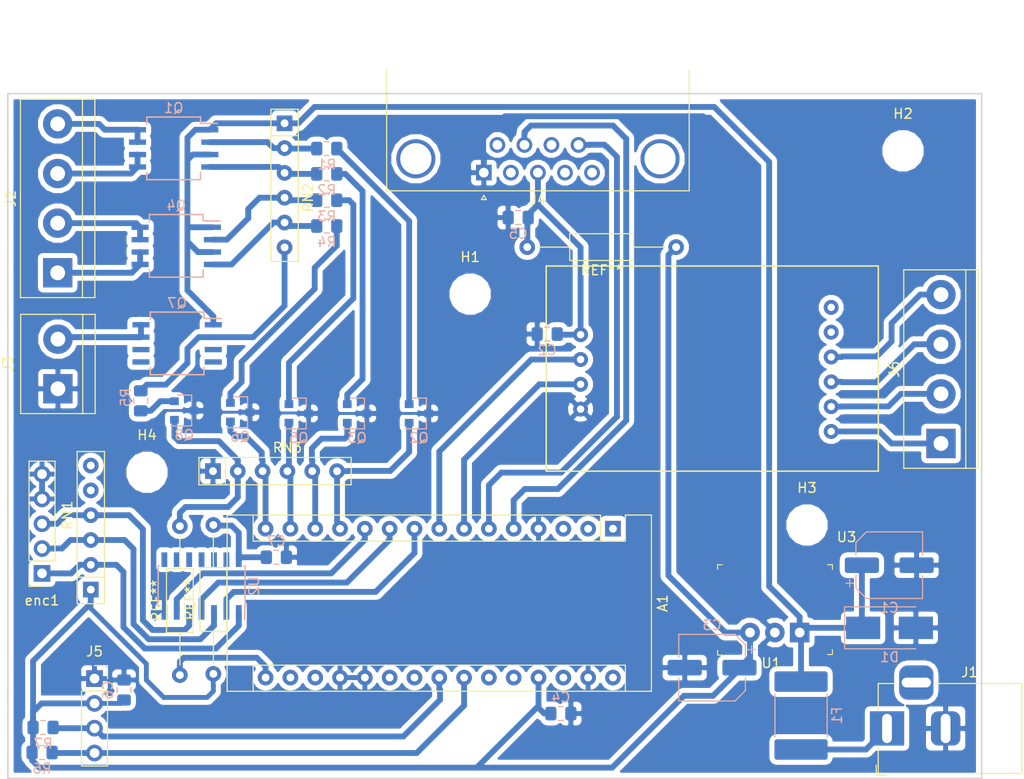
<source format=kicad_pcb>
(kicad_pcb (version 20171130) (host pcbnew "(5.0.1)-3")
  (layers (0 F.Cu signal) (31 B.Cu signal) (34 B.Paste user) (35 F.Paste user) (36 B.SilkS user) (37 F.SilkS user) (38 B.Mask user) (39 F.Mask user) (44 Edge.Cuts user))
  (net 0 "")
  (net 1 +24V)
  (net 2 GND)
  (net 3 +5V)
  (net 4 "Net-(J6-Pad2)")
  (net 5 "Net-(J6-Pad3)")
  (net 6 "Net-(J6-Pad1)")
  (net 7 "Net-(J6-Pad4)")
  (net 8 SDA)
  (net 9 SCL)
  (net 10 "Net-(J3-Pad2)")
  (net 11 BTN)
  (net 12 ENCB)
  (net 13 ENCA)
  (net 14 "Net-(A1-Pad9)")
  (net 15 "Net-(A1-Pad10)")
  (net 16 "Net-(A1-Pad11)")
  (net 17 "Net-(A1-Pad1)")
  (net 18 "Net-(A1-Pad17)")
  (net 19 "Net-(A1-Pad2)")
  (net 20 "Net-(A1-Pad18)")
  (net 21 "Net-(A1-Pad3)")
  (net 22 scannerCLK)
  (net 23 "Net-(A1-Pad21)")
  (net 24 scannerDATA)
  (net 25 "Net-(A1-Pad22)")
  (net 26 scaleDATA)
  (net 27 scaleCLK)
  (net 28 "Net-(A1-Pad25)")
  (net 29 "Net-(A1-Pad26)")
  (net 30 "Net-(A1-Pad28)")
  (net 31 "Net-(A1-Pad30)")
  (net 32 "Net-(U3-Pad9)")
  (net 33 "Net-(U3-Pad10)")
  (net 34 "Net-(F1-Pad1)")
  (net 35 "Net-(J4-Pad2)")
  (net 36 "Net-(J4-Pad4)")
  (net 37 "Net-(J4-Pad5)")
  (net 38 "Net-(J4-Pad6)")
  (net 39 "Net-(J4-Pad8)")
  (net 40 "Net-(J4-Pad0)")
  (net 41 "Net-(J2-Pad4)")
  (net 42 "Net-(J2-Pad1)")
  (net 43 "Net-(J2-Pad3)")
  (net 44 "Net-(J2-Pad2)")
  (net 45 Buzzer)
  (net 46 L4)
  (net 47 L3)
  (net 48 L2)
  (net 49 L1)
  (net 50 PullupsBuzzer)
  (net 51 PullupsL4)
  (net 52 PullupsL3)
  (net 53 PullupsL2)
  (net 54 PullupsL1)
  (net 55 "Net-(Q5-Pad2)")
  (net 56 "Net-(Q3-Pad2)")
  (net 57 "Net-(Q2-Pad2)")
  (net 58 "Net-(Q6-Pad2)")
  (net 59 "Net-(Q8-Pad2)")
  (net 60 "Net-(RN1-Pad5)")
  (net 61 "Net-(RN1-Pad6)")
  (module Resistor_THT:R_Axial_DIN0207_L6.3mm_D2.5mm_P15.24mm_Horizontal (layer F.Cu) (at 146.685 49.53 180)
    (fp_text reference REF** (at 7.62 -2.37 180) (layer F.SilkS))
    (fp_text value R_Axial_DIN0207_L6.3mm_D2.5mm_P15.24mm_Horizontal)
    (pad 2 thru_hole oval (at 15.24 0 180) (size 1.6 1.6) (drill 0.8) (layers *.Cu *.Mask))
    (pad 1 thru_hole circle (at 0 0 180) (size 1.6 1.6) (drill 0.8) (layers *.Cu *.Mask))
  )
  (module Resistor_THT:R_Axial_DIN0207_L6.3mm_D2.5mm_P15.24mm_Horizontal (layer F.Cu) (at 99.314 93.218 90)
    (fp_text reference REF** (at 7.62 -2.37 90) (layer F.SilkS))
    (fp_text value R_Axial_DIN0207_L6.3mm_D2.5mm_P15.24mm_Horizontal)
    (pad 1 thru_hole circle (at 0 0 90) (size 1.6 1.6) (drill 0.8) (layers *.Cu *.Mask))
    (pad 2 thru_hole oval (at 15.24 0 90) (size 1.6 1.6) (drill 0.8) (layers *.Cu *.Mask))
  )
  (module MountingHole:MountingHole_3.2mm_M3_DIN965 (layer F.Cu) (at 92.5195 72.5805)
    (fp_text reference H4 (at 0 -3.8) (layer F.SilkS))
    (fp_text value MountingHole)
    (pad 1 np_thru_hole circle (at 0 0) (size 3.2 3.2) (drill 3.2) (layers *.Cu *.Mask))
  )
  (module TerminalBlock:TerminalBlock_bornier-2_P5.08mm (layer F.Cu) (at 83.4009 64.0334 90)
    (fp_text reference J3 (at 2.54 -5.08 90) (layer F.SilkS))
    (fp_text value Screw_Terminal_01x02)
    (pad 1 thru_hole rect (at 0 0 90) (size 3 3) (drill 1.52) (layers *.Cu *.Mask) (net 2 GND))
    (pad 2 thru_hole circle (at 5.08 0 90) (size 3 3) (drill 1.52) (layers *.Cu *.Mask) (net 10 "Net-(J3-Pad2)"))
  )
  (module Connector_PinSocket_2.54mm:PinSocket_1x05_P2.54mm_Vertical (layer F.Cu) (at 81.7753 82.931 180)
    (fp_text reference enc1 (at 0 -2.77 180) (layer F.SilkS))
    (fp_text value Rot_enc)
    (pad 1 thru_hole rect (at 0 0 180) (size 1.7 1.7) (drill 1) (layers *.Cu *.Mask) (net 11 BTN))
    (pad 2 thru_hole oval (at 0 2.54 180) (size 1.7 1.7) (drill 1) (layers *.Cu *.Mask) (net 12 ENCB))
    (pad 3 thru_hole oval (at 0 5.08 180) (size 1.7 1.7) (drill 1) (layers *.Cu *.Mask) (net 13 ENCA))
    (pad 4 thru_hole oval (at 0 7.62 180) (size 1.7 1.7) (drill 1) (layers *.Cu *.Mask) (net 2 GND))
    (pad 5 thru_hole oval (at 0 10.16 180) (size 1.7 1.7) (drill 1) (layers *.Cu *.Mask) (net 2 GND))
  )
  (module Resistor_SMD:R_0805_2012Metric_Pad1.15x1.40mm_HandSolder (layer B.Cu) (at 81.883179 98.703755)
    (fp_text reference R7 (at 0 1.65) (layer B.SilkS) (effects (justify mirror)))
    (fp_text value 10K)
    (pad 2 smd roundrect (at 1.025 0) (size 1.15 1.4) (layers B.Cu B.Paste B.Mask) (roundrect_rratio 0.217391) (net 8 SDA))
    (pad 1 smd roundrect (at -1.025 0) (size 1.15 1.4) (layers B.Cu B.Paste B.Mask) (roundrect_rratio 0.217391) (net 3 +5V))
  )
  (module Resistor_SMD:R_0805_2012Metric_Pad1.15x1.40mm_HandSolder (layer B.Cu) (at 81.781579 101.269155)
    (fp_text reference R6 (at 0 1.65) (layer B.SilkS) (effects (justify mirror)))
    (fp_text value 10K)
    (pad 1 smd roundrect (at -1.025 0) (size 1.15 1.4) (layers B.Cu B.Paste B.Mask) (roundrect_rratio 0.217391) (net 3 +5V))
    (pad 2 smd roundrect (at 1.025 0) (size 1.15 1.4) (layers B.Cu B.Paste B.Mask) (roundrect_rratio 0.217391) (net 9 SCL))
  )
  (module Connector_PinSocket_2.54mm:PinSocket_1x04_P2.54mm_Vertical (layer F.Cu) (at 87.1474 93.7006)
    (fp_text reference J5 (at 0 -2.77) (layer F.SilkS))
    (fp_text value i2cLCD)
    (pad 1 thru_hole rect (at 0 0) (size 1.7 1.7) (drill 1) (layers *.Cu *.Mask) (net 2 GND))
    (pad 2 thru_hole oval (at 0 2.54) (size 1.7 1.7) (drill 1) (layers *.Cu *.Mask) (net 3 +5V))
    (pad 3 thru_hole oval (at 0 5.08) (size 1.7 1.7) (drill 1) (layers *.Cu *.Mask) (net 8 SDA))
    (pad 4 thru_hole oval (at 0 7.62) (size 1.7 1.7) (drill 1) (layers *.Cu *.Mask) (net 9 SCL))
  )
  (module Diode_SMD:D_SMB_Handsoldering (layer B.Cu) (at 168.529 88.5063)
    (fp_text reference D1 (at 0 3) (layer B.SilkS) (effects (justify mirror)))
    (fp_text value D_Schottky)
    (pad 1 smd rect (at -2.7 0) (size 3.5 2.3) (layers B.Cu B.Paste B.Mask) (net 1 +24V))
    (pad 2 smd rect (at 2.7 0) (size 3.5 2.3) (layers B.Cu B.Paste B.Mask) (net 2 GND))
  )
  (module MountingHole:MountingHole_3.2mm_M3_DIN965 (layer F.Cu) (at 169.9133 39.6748)
    (fp_text reference H2 (at 0 -3.8) (layer F.SilkS))
    (fp_text value MountingHole)
    (pad 1 np_thru_hole circle (at 0 0) (size 3.2 3.2) (drill 3.2) (layers *.Cu *.Mask))
  )
  (module MountingHole:MountingHole_3.2mm_M3_DIN965 (layer F.Cu) (at 125.603 54.3433)
    (fp_text reference H1 (at 0 -3.8) (layer F.SilkS))
    (fp_text value MountingHole)
    (pad 1 np_thru_hole circle (at 0 0) (size 3.2 3.2) (drill 3.2) (layers *.Cu *.Mask))
  )
  (module MountingHole:MountingHole_3.2mm_M3_DIN965 (layer F.Cu) (at 160.0835 77.978)
    (fp_text reference H3 (at 0 -3.8) (layer F.SilkS))
    (fp_text value MountingHole)
    (pad 1 np_thru_hole circle (at 0 0) (size 3.2 3.2) (drill 3.2) (layers *.Cu *.Mask))
  )
  (module Libs:HX711_Module (layer F.Cu) (at 167.386 72.4662 180)
    (fp_text reference U3 (at 3.25 -6.75 180) (layer F.SilkS))
    (fp_text value HX711_Module)
    (pad 1 thru_hole circle (at 30.48 6.35 180) (size 1.524 1.524) (drill 0.762) (layers *.Cu *.Mask) (net 2 GND))
    (pad 2 thru_hole circle (at 30.48 8.89 180) (size 1.524 1.524) (drill 0.762) (layers *.Cu *.Mask) (net 26 scaleDATA))
    (pad 3 thru_hole circle (at 30.48 11.43 180) (size 1.524 1.524) (drill 0.762) (layers *.Cu *.Mask) (net 27 scaleCLK))
    (pad 4 thru_hole circle (at 30.48 13.97 180) (size 1.524 1.524) (drill 0.762) (layers *.Cu *.Mask) (net 3 +5V))
    (pad 5 thru_hole circle (at 4.826 4.064 180) (size 1.524 1.524) (drill 0.762) (layers *.Cu *.Mask) (net 6 "Net-(J6-Pad1)"))
    (pad 6 thru_hole circle (at 4.826 6.604 180) (size 1.524 1.524) (drill 0.762) (layers *.Cu *.Mask) (net 4 "Net-(J6-Pad2)"))
    (pad 7 thru_hole circle (at 4.826 9.144 180) (size 1.524 1.524) (drill 0.762) (layers *.Cu *.Mask) (net 5 "Net-(J6-Pad3)"))
    (pad 8 thru_hole circle (at 4.826 11.684 180) (size 1.524 1.524) (drill 0.762) (layers *.Cu *.Mask) (net 7 "Net-(J6-Pad4)"))
    (pad 9 thru_hole circle (at 4.826 14.224 180) (size 1.524 1.524) (drill 0.762) (layers *.Cu *.Mask) (net 32 "Net-(U3-Pad9)"))
    (pad 10 thru_hole circle (at 4.826 16.764 180) (size 1.524 1.524) (drill 0.762) (layers *.Cu *.Mask) (net 33 "Net-(U3-Pad10)"))
  )
  (module Module:Arduino_Nano (layer F.Cu) (at 140.2207 78.359 270)
    (fp_text reference A1 (at 7.62 -5.08 270) (layer F.SilkS))
    (fp_text value Arduino_Nano_v2.x)
    (pad 1 thru_hole rect (at 0 0 270) (size 1.6 1.6) (drill 0.8) (layers *.Cu *.Mask) (net 17 "Net-(A1-Pad1)"))
    (pad 17 thru_hole oval (at 15.24 33.02 270) (size 1.6 1.6) (drill 0.8) (layers *.Cu *.Mask) (net 18 "Net-(A1-Pad17)"))
    (pad 2 thru_hole oval (at 0 2.54 270) (size 1.6 1.6) (drill 0.8) (layers *.Cu *.Mask) (net 19 "Net-(A1-Pad2)"))
    (pad 18 thru_hole oval (at 15.24 30.48 270) (size 1.6 1.6) (drill 0.8) (layers *.Cu *.Mask) (net 20 "Net-(A1-Pad18)"))
    (pad 3 thru_hole oval (at 0 5.08 270) (size 1.6 1.6) (drill 0.8) (layers *.Cu *.Mask) (net 21 "Net-(A1-Pad3)"))
    (pad 19 thru_hole oval (at 15.24 27.94 270) (size 1.6 1.6) (drill 0.8) (layers *.Cu *.Mask) (net 2 GND))
    (pad 4 thru_hole oval (at 0 7.62 270) (size 1.6 1.6) (drill 0.8) (layers *.Cu *.Mask) (net 2 GND))
    (pad 20 thru_hole oval (at 15.24 25.4 270) (size 1.6 1.6) (drill 0.8) (layers *.Cu *.Mask) (net 2 GND))
    (pad 5 thru_hole oval (at 0 10.16 270) (size 1.6 1.6) (drill 0.8) (layers *.Cu *.Mask) (net 22 scannerCLK))
    (pad 21 thru_hole oval (at 15.24 22.86 270) (size 1.6 1.6) (drill 0.8) (layers *.Cu *.Mask) (net 23 "Net-(A1-Pad21)"))
    (pad 6 thru_hole oval (at 0 12.7 270) (size 1.6 1.6) (drill 0.8) (layers *.Cu *.Mask) (net 24 scannerDATA))
    (pad 22 thru_hole oval (at 15.24 20.32 270) (size 1.6 1.6) (drill 0.8) (layers *.Cu *.Mask) (net 25 "Net-(A1-Pad22)"))
    (pad 7 thru_hole oval (at 0 15.24 270) (size 1.6 1.6) (drill 0.8) (layers *.Cu *.Mask) (net 26 scaleDATA))
    (pad 23 thru_hole oval (at 15.24 17.78 270) (size 1.6 1.6) (drill 0.8) (layers *.Cu *.Mask) (net 8 SDA))
    (pad 8 thru_hole oval (at 0 17.78 270) (size 1.6 1.6) (drill 0.8) (layers *.Cu *.Mask) (net 27 scaleCLK))
    (pad 24 thru_hole oval (at 15.24 15.24 270) (size 1.6 1.6) (drill 0.8) (layers *.Cu *.Mask) (net 9 SCL))
    (pad 9 thru_hole oval (at 0 20.32 270) (size 1.6 1.6) (drill 0.8) (layers *.Cu *.Mask) (net 14 "Net-(A1-Pad9)"))
    (pad 25 thru_hole oval (at 15.24 12.7 270) (size 1.6 1.6) (drill 0.8) (layers *.Cu *.Mask) (net 28 "Net-(A1-Pad25)"))
    (pad 10 thru_hole oval (at 0 22.86 270) (size 1.6 1.6) (drill 0.8) (layers *.Cu *.Mask) (net 15 "Net-(A1-Pad10)"))
    (pad 26 thru_hole oval (at 15.24 10.16 270) (size 1.6 1.6) (drill 0.8) (layers *.Cu *.Mask) (net 29 "Net-(A1-Pad26)"))
    (pad 11 thru_hole oval (at 0 25.4 270) (size 1.6 1.6) (drill 0.8) (layers *.Cu *.Mask) (net 16 "Net-(A1-Pad11)"))
    (pad 27 thru_hole oval (at 15.24 7.62 270) (size 1.6 1.6) (drill 0.8) (layers *.Cu *.Mask) (net 3 +5V))
    (pad 12 thru_hole oval (at 0 27.94 270) (size 1.6 1.6) (drill 0.8) (layers *.Cu *.Mask) (net 49 L1))
    (pad 28 thru_hole oval (at 15.24 5.08 270) (size 1.6 1.6) (drill 0.8) (layers *.Cu *.Mask) (net 30 "Net-(A1-Pad28)"))
    (pad 13 thru_hole oval (at 0 30.48 270) (size 1.6 1.6) (drill 0.8) (layers *.Cu *.Mask) (net 48 L2))
    (pad 29 thru_hole oval (at 15.24 2.54 270) (size 1.6 1.6) (drill 0.8) (layers *.Cu *.Mask) (net 2 GND))
    (pad 14 thru_hole oval (at 0 33.02 270) (size 1.6 1.6) (drill 0.8) (layers *.Cu *.Mask) (net 47 L3))
    (pad 30 thru_hole oval (at 15.24 0 270) (size 1.6 1.6) (drill 0.8) (layers *.Cu *.Mask) (net 31 "Net-(A1-Pad30)"))
    (pad 15 thru_hole oval (at 0 35.56 270) (size 1.6 1.6) (drill 0.8) (layers *.Cu *.Mask) (net 46 L4))
    (pad 16 thru_hole oval (at 15.24 35.56 270) (size 1.6 1.6) (drill 0.8) (layers *.Cu *.Mask) (net 45 Buzzer))
  )
  (module Connector_BarrelJack:BarrelJack_Horizontal (layer F.Cu) (at 168.275 98.806 180)
    (fp_text reference J1 (at -8.45 5.75 180) (layer F.SilkS))
    (fp_text value Barrel_Jack)
    (pad 1 thru_hole rect (at 0 0 180) (size 3.5 3.5) (drill oval 1 3) (layers *.Cu *.Mask) (net 34 "Net-(F1-Pad1)"))
    (pad 2 thru_hole roundrect (at -6 0 180) (size 3 3.5) (drill oval 1 3) (layers *.Cu *.Mask) (net 2 GND))
    (pad 3 thru_hole roundrect (at -3 4.7 180) (size 3.5 3.5) (drill oval 3 1) (layers *.Cu *.Mask))
  )
  (module Fuse:Fuse_2920_7451Metric_Pad2.10x5.45mm_HandSolder (layer B.Cu) (at 159.4739 97.4852 90)
    (fp_text reference F1 (at 0 3.68 90) (layer B.SilkS) (effects (justify mirror)))
    (fp_text value 30V/1100mA)
    (pad 1 smd roundrect (at -3.475 0 90) (size 2.1 5.45) (layers B.Cu B.Paste B.Mask) (roundrect_rratio 0.119048) (net 34 "Net-(F1-Pad1)"))
    (pad 2 smd roundrect (at 3.475 0 90) (size 2.1 5.45) (layers B.Cu B.Paste B.Mask) (roundrect_rratio 0.119048) (net 1 +24V))
  )
  (module Package_SO:SO-8_5.3x6.2mm_P1.27mm (layer B.Cu) (at 95.5167 49.403 180)
    (fp_text reference Q4 (at 0 4.13 180) (layer B.SilkS) (effects (justify mirror)))
    (fp_text value IRF7306TRPBF)
    (pad 8 smd rect (at 3.7 1.905 180) (size 1.75 0.55) (layers B.Cu B.Paste B.Mask) (net 44 "Net-(J2-Pad2)"))
    (pad 7 smd rect (at 3.7 0.635 180) (size 1.75 0.55) (layers B.Cu B.Paste B.Mask) (net 44 "Net-(J2-Pad2)"))
    (pad 6 smd rect (at 3.7 -0.635 180) (size 1.75 0.55) (layers B.Cu B.Paste B.Mask) (net 42 "Net-(J2-Pad1)"))
    (pad 5 smd rect (at 3.7 -1.905 180) (size 1.75 0.55) (layers B.Cu B.Paste B.Mask) (net 42 "Net-(J2-Pad1)"))
    (pad 4 smd rect (at -3.7 -1.905 180) (size 1.75 0.55) (layers B.Cu B.Paste B.Mask) (net 51 PullupsL4))
    (pad 3 smd rect (at -3.7 -0.635 180) (size 1.75 0.55) (layers B.Cu B.Paste B.Mask) (net 1 +24V))
    (pad 2 smd rect (at -3.7 0.635 180) (size 1.75 0.55) (layers B.Cu B.Paste B.Mask) (net 52 PullupsL3))
    (pad 1 smd rect (at -3.7 1.905 180) (size 1.75 0.55) (layers B.Cu B.Paste B.Mask) (net 1 +24V))
  )
  (module Package_SO:SO-8_5.3x6.2mm_P1.27mm (layer B.Cu) (at 95.6056 59.3852 180)
    (fp_text reference Q7 (at 0 4.13 180) (layer B.SilkS) (effects (justify mirror)))
    (fp_text value IRF7306TRPBF)
    (pad 1 smd rect (at -3.7 1.905 180) (size 1.75 0.55) (layers B.Cu B.Paste B.Mask) (net 1 +24V))
    (pad 2 smd rect (at -3.7 0.635 180) (size 1.75 0.55) (layers B.Cu B.Paste B.Mask) (net 50 PullupsBuzzer))
    (pad 3 smd rect (at -3.7 -0.635 180) (size 1.75 0.55) (layers B.Cu B.Paste B.Mask))
    (pad 4 smd rect (at -3.7 -1.905 180) (size 1.75 0.55) (layers B.Cu B.Paste B.Mask))
    (pad 5 smd rect (at 3.7 -1.905 180) (size 1.75 0.55) (layers B.Cu B.Paste B.Mask))
    (pad 6 smd rect (at 3.7 -0.635 180) (size 1.75 0.55) (layers B.Cu B.Paste B.Mask))
    (pad 7 smd rect (at 3.7 0.635 180) (size 1.75 0.55) (layers B.Cu B.Paste B.Mask) (net 10 "Net-(J3-Pad2)"))
    (pad 8 smd rect (at 3.7 1.905 180) (size 1.75 0.55) (layers B.Cu B.Paste B.Mask) (net 10 "Net-(J3-Pad2)"))
  )
  (module digikey-footprints:3-SIP_Module_V7805-1000 (layer F.Cu) (at 159.3342 88.9889 180)
    (fp_text reference U1 (at 2.91 -3.12 180) (layer F.SilkS))
    (fp_text value V7805-1000)
    (pad 1 thru_hole rect (at 0 0 180) (size 2 2) (drill 1) (layers *.Cu *.Mask) (net 1 +24V))
    (pad 2 thru_hole circle (at 2.54 0 180) (size 2 2) (drill 1) (layers *.Cu *.Mask) (net 2 GND))
    (pad 3 thru_hole circle (at 5.08 0 180) (size 2 2) (drill 1) (layers *.Cu *.Mask) (net 3 +5V))
  )
  (module Resistor_SMD:R_0805_2012Metric_Pad1.15x1.40mm_HandSolder (layer B.Cu) (at 110.9218 42.037)
    (fp_text reference R2 (at 0 1.65) (layer B.SilkS) (effects (justify mirror)))
    (fp_text value 10K)
    (pad 1 smd roundrect (at -1.025 0) (size 1.15 1.4) (layers B.Cu B.Paste B.Mask) (roundrect_rratio 0.217391) (net 53 PullupsL2))
    (pad 2 smd roundrect (at 1.025 0) (size 1.15 1.4) (layers B.Cu B.Paste B.Mask) (roundrect_rratio 0.217391) (net 56 "Net-(Q3-Pad2)"))
  )
  (module Resistor_SMD:R_0805_2012Metric_Pad1.15x1.40mm_HandSolder (layer B.Cu) (at 110.9218 47.371)
    (fp_text reference R4 (at 0 1.65) (layer B.SilkS) (effects (justify mirror)))
    (fp_text value 10K)
    (pad 2 smd roundrect (at 1.025 0) (size 1.15 1.4) (layers B.Cu B.Paste B.Mask) (roundrect_rratio 0.217391) (net 58 "Net-(Q6-Pad2)"))
    (pad 1 smd roundrect (at -1.025 0) (size 1.15 1.4) (layers B.Cu B.Paste B.Mask) (roundrect_rratio 0.217391) (net 51 PullupsL4))
  )
  (module TerminalBlock:TerminalBlock_bornier-4_P5.08mm (layer F.Cu) (at 83.3755 52.1589 90)
    (fp_text reference J2 (at 7.6 -4.8 90) (layer F.SilkS))
    (fp_text value Screw_Terminal_01x04)
    (pad 4 thru_hole circle (at 15.24 0 90) (size 3 3) (drill 1.52) (layers *.Cu *.Mask) (net 41 "Net-(J2-Pad4)"))
    (pad 1 thru_hole rect (at 0 0 90) (size 3 3) (drill 1.52) (layers *.Cu *.Mask) (net 42 "Net-(J2-Pad1)"))
    (pad 3 thru_hole circle (at 10.16 0 90) (size 3 3) (drill 1.52) (layers *.Cu *.Mask) (net 43 "Net-(J2-Pad3)"))
    (pad 2 thru_hole circle (at 5.08 0 90) (size 3 3) (drill 1.52) (layers *.Cu *.Mask) (net 44 "Net-(J2-Pad2)"))
  )
  (module TerminalBlock:TerminalBlock_bornier-4_P5.08mm (layer F.Cu) (at 173.7995 69.6341 90)
    (fp_text reference J6 (at 7.6 -4.8 90) (layer F.SilkS))
    (fp_text value toScale)
    (pad 2 thru_hole circle (at 5.08 0 90) (size 3 3) (drill 1.52) (layers *.Cu *.Mask) (net 4 "Net-(J6-Pad2)"))
    (pad 3 thru_hole circle (at 10.16 0 90) (size 3 3) (drill 1.52) (layers *.Cu *.Mask) (net 5 "Net-(J6-Pad3)"))
    (pad 1 thru_hole rect (at 0 0 90) (size 3 3) (drill 1.52) (layers *.Cu *.Mask) (net 6 "Net-(J6-Pad1)"))
    (pad 4 thru_hole circle (at 15.24 0 90) (size 3 3) (drill 1.52) (layers *.Cu *.Mask) (net 7 "Net-(J6-Pad4)"))
  )
  (module Connector_Dsub:DSUB-9_Female_Horizontal_P2.77x2.84mm_EdgePinOffset7.70mm_Housed_MountingHolesOffset9.12mm (layer F.Cu) (at 127 41.91 180)
    (fp_text reference J4 (at -5.54 -2.8 180) (layer F.SilkS))
    (fp_text value ToScanner)
    (pad 1 thru_hole rect (at 0 0 180) (size 1.6 1.6) (drill 1) (layers *.Cu *.Mask) (net 2 GND))
    (pad 2 thru_hole circle (at -2.77 0 180) (size 1.6 1.6) (drill 1) (layers *.Cu *.Mask) (net 35 "Net-(J4-Pad2)"))
    (pad 3 thru_hole circle (at -5.54 0 180) (size 1.6 1.6) (drill 1) (layers *.Cu *.Mask) (net 3 +5V))
    (pad 4 thru_hole circle (at -8.31 0 180) (size 1.6 1.6) (drill 1) (layers *.Cu *.Mask) (net 36 "Net-(J4-Pad4)"))
    (pad 5 thru_hole circle (at -11.08 0 180) (size 1.6 1.6) (drill 1) (layers *.Cu *.Mask) (net 37 "Net-(J4-Pad5)"))
    (pad 6 thru_hole circle (at -1.385 2.84 180) (size 1.6 1.6) (drill 1) (layers *.Cu *.Mask) (net 38 "Net-(J4-Pad6)"))
    (pad 7 thru_hole circle (at -4.155 2.84 180) (size 1.6 1.6) (drill 1) (layers *.Cu *.Mask) (net 22 scannerCLK))
    (pad 8 thru_hole circle (at -6.925 2.84 180) (size 1.6 1.6) (drill 1) (layers *.Cu *.Mask) (net 39 "Net-(J4-Pad8)"))
    (pad 9 thru_hole circle (at -9.695 2.84 180) (size 1.6 1.6) (drill 1) (layers *.Cu *.Mask) (net 24 scannerDATA))
    (pad 0 thru_hole circle (at -18.04 1.42 180) (size 4 4) (drill 3.2) (layers *.Cu *.Mask) (net 40 "Net-(J4-Pad0)"))
    (pad 0 thru_hole circle (at 6.96 1.42 180) (size 4 4) (drill 3.2) (layers *.Cu *.Mask) (net 40 "Net-(J4-Pad0)"))
  )
  (module Capacitor_SMD:C_0805_2012Metric_Pad1.15x1.40mm_HandSolder (layer B.Cu) (at 130.5179 46.5074)
    (fp_text reference C5 (at 0 1.65) (layer B.SilkS) (effects (justify mirror)))
    (fp_text value 100n)
    (pad 1 smd roundrect (at -1.025 0) (size 1.15 1.4) (layers B.Cu B.Paste B.Mask) (roundrect_rratio 0.217391) (net 2 GND))
    (pad 2 smd roundrect (at 1.025 0) (size 1.15 1.4) (layers B.Cu B.Paste B.Mask) (roundrect_rratio 0.217391) (net 3 +5V))
  )
  (module Capacitor_SMD:C_0805_2012Metric_Pad1.15x1.40mm_HandSolder (layer B.Cu) (at 134.8867 97.282 180)
    (fp_text reference C4 (at 0 1.65 180) (layer B.SilkS) (effects (justify mirror)))
    (fp_text value 100n)
    (pad 2 smd roundrect (at 1.025 0 180) (size 1.15 1.4) (layers B.Cu B.Paste B.Mask) (roundrect_rratio 0.217391) (net 3 +5V))
    (pad 1 smd roundrect (at -1.025 0 180) (size 1.15 1.4) (layers B.Cu B.Paste B.Mask) (roundrect_rratio 0.217391) (net 2 GND))
  )
  (module Capacitor_SMD:C_0805_2012Metric_Pad1.15x1.40mm_HandSolder (layer B.Cu) (at 133.4897 58.4327)
    (fp_text reference C2 (at 0 1.65) (layer B.SilkS) (effects (justify mirror)))
    (fp_text value 100n)
    (pad 1 smd roundrect (at -1.025 0) (size 1.15 1.4) (layers B.Cu B.Paste B.Mask) (roundrect_rratio 0.217391) (net 2 GND))
    (pad 2 smd roundrect (at 1.025 0) (size 1.15 1.4) (layers B.Cu B.Paste B.Mask) (roundrect_rratio 0.217391) (net 3 +5V))
  )
  (module Resistor_SMD:R_0805_2012Metric_Pad1.15x1.40mm_HandSolder (layer B.Cu) (at 110.9218 39.4462)
    (fp_text reference R1 (at 0 1.65) (layer B.SilkS) (effects (justify mirror)))
    (fp_text value 10K)
    (pad 2 smd roundrect (at 1.025 0) (size 1.15 1.4) (layers B.Cu B.Paste B.Mask) (roundrect_rratio 0.217391) (net 57 "Net-(Q2-Pad2)"))
    (pad 1 smd roundrect (at -1.025 0) (size 1.15 1.4) (layers B.Cu B.Paste B.Mask) (roundrect_rratio 0.217391) (net 54 PullupsL1))
  )
  (module Capacitor_SMD:C_0805_2012Metric_Pad1.15x1.40mm_HandSolder (layer B.Cu) (at 105.7656 81.28 180)
    (fp_text reference C7 (at 0 1.65 180) (layer B.SilkS) (effects (justify mirror)))
    (fp_text value 100n)
    (pad 1 smd roundrect (at -1.025 0 180) (size 1.15 1.4) (layers B.Cu B.Paste B.Mask) (roundrect_rratio 0.217391) (net 2 GND))
    (pad 2 smd roundrect (at 1.025 0 180) (size 1.15 1.4) (layers B.Cu B.Paste B.Mask) (roundrect_rratio 0.217391) (net 3 +5V))
  )
  (module Capacitor_SMD:C_0805_2012Metric_Pad1.15x1.40mm_HandSolder (layer B.Cu) (at 90.17 94.869 270)
    (fp_text reference C6 (at 0 1.65 270) (layer B.SilkS) (effects (justify mirror)))
    (fp_text value 100n)
    (pad 2 smd roundrect (at 1.025 0 270) (size 1.15 1.4) (layers B.Cu B.Paste B.Mask) (roundrect_rratio 0.217391) (net 3 +5V))
    (pad 1 smd roundrect (at -1.025 0 270) (size 1.15 1.4) (layers B.Cu B.Paste B.Mask) (roundrect_rratio 0.217391) (net 2 GND))
  )
  (module Package_TO_SOT_SMD:SOT-23 (layer B.Cu) (at 102.0605 66.4337)
    (fp_text reference Q6 (at 0 2.5) (layer B.SilkS) (effects (justify mirror)))
    (fp_text value BSS138)
    (pad 3 smd rect (at 1 0) (size 0.9 0.8) (layers B.Cu B.Paste B.Mask) (net 2 GND))
    (pad 2 smd rect (at -1 -0.95) (size 0.9 0.8) (layers B.Cu B.Paste B.Mask) (net 58 "Net-(Q6-Pad2)"))
    (pad 1 smd rect (at -1 0.95) (size 0.9 0.8) (layers B.Cu B.Paste B.Mask) (net 46 L4))
  )
  (module Package_TO_SOT_SMD:SOT-23 (layer B.Cu) (at 114.0206 66.5607)
    (fp_text reference Q3 (at 0 2.5) (layer B.SilkS) (effects (justify mirror)))
    (fp_text value BSS138)
    (pad 1 smd rect (at -1 0.95) (size 0.9 0.8) (layers B.Cu B.Paste B.Mask) (net 48 L2))
    (pad 2 smd rect (at -1 -0.95) (size 0.9 0.8) (layers B.Cu B.Paste B.Mask) (net 56 "Net-(Q3-Pad2)"))
    (pad 3 smd rect (at 1 0) (size 0.9 0.8) (layers B.Cu B.Paste B.Mask) (net 2 GND))
  )
  (module Resistor_SMD:R_0805_2012Metric_Pad1.15x1.40mm_HandSolder (layer B.Cu) (at 91.8845 65.2653 270)
    (fp_text reference R5 (at -0.3302 1.5367 270) (layer B.SilkS) (effects (justify mirror)))
    (fp_text value 10K)
    (pad 1 smd roundrect (at -1.025 0 270) (size 1.15 1.4) (layers B.Cu B.Paste B.Mask) (roundrect_rratio 0.217391) (net 50 PullupsBuzzer))
    (pad 2 smd roundrect (at 1.025 0 270) (size 1.15 1.4) (layers B.Cu B.Paste B.Mask) (roundrect_rratio 0.217391) (net 59 "Net-(Q8-Pad2)"))
  )
  (module Capacitor_SMD:CP_Elec_6.3x5.3 (layer B.Cu) (at 168.5036 82.0928)
    (fp_text reference C1 (at 0 4.35) (layer B.SilkS) (effects (justify mirror)))
    (fp_text value 10uF/50V)
    (pad 2 smd roundrect (at 2.8 0) (size 3.5 1.6) (layers B.Cu B.Paste B.Mask) (roundrect_rratio 0.15625) (net 2 GND))
    (pad 1 smd roundrect (at -2.8 0) (size 3.5 1.6) (layers B.Cu B.Paste B.Mask) (roundrect_rratio 0.15625) (net 1 +24V))
  )
  (module Package_TO_SOT_SMD:SOT-23 (layer B.Cu) (at 96.3295 66.2559)
    (fp_text reference Q8 (at 0 2.5) (layer B.SilkS) (effects (justify mirror)))
    (fp_text value BSS138)
    (pad 1 smd rect (at -1 0.95) (size 0.9 0.8) (layers B.Cu B.Paste B.Mask) (net 45 Buzzer))
    (pad 2 smd rect (at -1 -0.95) (size 0.9 0.8) (layers B.Cu B.Paste B.Mask) (net 59 "Net-(Q8-Pad2)"))
    (pad 3 smd rect (at 1 0) (size 0.9 0.8) (layers B.Cu B.Paste B.Mask) (net 2 GND))
  )
  (module Resistor_THT:R_Array_SIP6 (layer F.Cu) (at 99.2759 72.4662)
    (fp_text reference RN3 (at 7.62 -2.4) (layer F.SilkS))
    (fp_text value R_Network05)
    (pad 1 thru_hole rect (at 0 0) (size 1.6 1.6) (drill 0.8) (layers *.Cu *.Mask) (net 2 GND))
    (pad 2 thru_hole oval (at 2.54 0) (size 1.6 1.6) (drill 0.8) (layers *.Cu *.Mask) (net 45 Buzzer))
    (pad 3 thru_hole oval (at 5.08 0) (size 1.6 1.6) (drill 0.8) (layers *.Cu *.Mask) (net 46 L4))
    (pad 4 thru_hole oval (at 7.62 0) (size 1.6 1.6) (drill 0.8) (layers *.Cu *.Mask) (net 47 L3))
    (pad 5 thru_hole oval (at 10.16 0) (size 1.6 1.6) (drill 0.8) (layers *.Cu *.Mask) (net 48 L2))
    (pad 6 thru_hole oval (at 12.7 0) (size 1.6 1.6) (drill 0.8) (layers *.Cu *.Mask) (net 49 L1))
  )
  (module Resistor_SMD:R_0805_2012Metric_Pad1.15x1.40mm_HandSolder (layer B.Cu) (at 110.9218 44.7294)
    (fp_text reference R3 (at 0 1.65) (layer B.SilkS) (effects (justify mirror)))
    (fp_text value 10K)
    (pad 1 smd roundrect (at -1.025 0) (size 1.15 1.4) (layers B.Cu B.Paste B.Mask) (roundrect_rratio 0.217391) (net 52 PullupsL3))
    (pad 2 smd roundrect (at 1.025 0) (size 1.15 1.4) (layers B.Cu B.Paste B.Mask) (roundrect_rratio 0.217391) (net 55 "Net-(Q5-Pad2)"))
  )
  (module Resistor_THT:R_Array_SIP6 (layer F.Cu) (at 106.6038 36.8554 270)
    (fp_text reference RN2 (at 7.62 -2.4 270) (layer F.SilkS))
    (fp_text value R_Network05)
    (pad 6 thru_hole oval (at 12.7 0 270) (size 1.6 1.6) (drill 0.8) (layers *.Cu *.Mask) (net 50 PullupsBuzzer))
    (pad 5 thru_hole oval (at 10.16 0 270) (size 1.6 1.6) (drill 0.8) (layers *.Cu *.Mask) (net 51 PullupsL4))
    (pad 4 thru_hole oval (at 7.62 0 270) (size 1.6 1.6) (drill 0.8) (layers *.Cu *.Mask) (net 52 PullupsL3))
    (pad 3 thru_hole oval (at 5.08 0 270) (size 1.6 1.6) (drill 0.8) (layers *.Cu *.Mask) (net 53 PullupsL2))
    (pad 2 thru_hole oval (at 2.54 0 270) (size 1.6 1.6) (drill 0.8) (layers *.Cu *.Mask) (net 54 PullupsL1))
    (pad 1 thru_hole rect (at 0 0 270) (size 1.6 1.6) (drill 0.8) (layers *.Cu *.Mask) (net 1 +24V))
  )
  (module Resistor_THT:R_Array_SIP6 (layer F.Cu) (at 86.7664 84.5947 90)
    (fp_text reference RN1 (at 7.62 -2.4 90) (layer F.SilkS))
    (fp_text value R_Network05)
    (pad 1 thru_hole rect (at 0 0 90) (size 1.6 1.6) (drill 0.8) (layers *.Cu *.Mask) (net 3 +5V))
    (pad 2 thru_hole oval (at 2.54 0 90) (size 1.6 1.6) (drill 0.8) (layers *.Cu *.Mask) (net 11 BTN))
    (pad 3 thru_hole oval (at 5.08 0 90) (size 1.6 1.6) (drill 0.8) (layers *.Cu *.Mask) (net 12 ENCB))
    (pad 4 thru_hole oval (at 7.62 0 90) (size 1.6 1.6) (drill 0.8) (layers *.Cu *.Mask) (net 13 ENCA))
    (pad 5 thru_hole oval (at 10.16 0 90) (size 1.6 1.6) (drill 0.8) (layers *.Cu *.Mask) (net 60 "Net-(RN1-Pad5)"))
    (pad 6 thru_hole oval (at 12.7 0 90) (size 1.6 1.6) (drill 0.8) (layers *.Cu *.Mask) (net 61 "Net-(RN1-Pad6)"))
  )
  (module Package_TO_SOT_SMD:SOT-23 (layer B.Cu) (at 120.3579 66.5607)
    (fp_text reference Q2 (at 0 2.5) (layer B.SilkS) (effects (justify mirror)))
    (fp_text value BSS138)
    (pad 3 smd rect (at 1 0) (size 0.9 0.8) (layers B.Cu B.Paste B.Mask) (net 2 GND))
    (pad 2 smd rect (at -1 -0.95) (size 0.9 0.8) (layers B.Cu B.Paste B.Mask) (net 57 "Net-(Q2-Pad2)"))
    (pad 1 smd rect (at -1 0.95) (size 0.9 0.8) (layers B.Cu B.Paste B.Mask) (net 49 L1))
  )
  (module Package_TO_SOT_SMD:SOT-23 (layer B.Cu) (at 108.0516 66.5607)
    (fp_text reference Q5 (at 0 2.5) (layer B.SilkS) (effects (justify mirror)))
    (fp_text value BSS138)
    (pad 1 smd rect (at -1 0.95) (size 0.9 0.8) (layers B.Cu B.Paste B.Mask) (net 47 L3))
    (pad 2 smd rect (at -1 -0.95) (size 0.9 0.8) (layers B.Cu B.Paste B.Mask) (net 55 "Net-(Q5-Pad2)"))
    (pad 3 smd rect (at 1 0) (size 0.9 0.8) (layers B.Cu B.Paste B.Mask) (net 2 GND))
  )
  (module Package_SO:SO-8_5.3x6.2mm_P1.27mm (layer B.Cu) (at 95.25 39.4208 180)
    (fp_text reference Q1 (at 0 4.13 180) (layer B.SilkS) (effects (justify mirror)))
    (fp_text value IRF7306TRPBF)
    (pad 1 smd rect (at -3.7 1.905 180) (size 1.75 0.55) (layers B.Cu B.Paste B.Mask) (net 1 +24V))
    (pad 2 smd rect (at -3.7 0.635 180) (size 1.75 0.55) (layers B.Cu B.Paste B.Mask) (net 54 PullupsL1))
    (pad 3 smd rect (at -3.7 -0.635 180) (size 1.75 0.55) (layers B.Cu B.Paste B.Mask) (net 1 +24V))
    (pad 4 smd rect (at -3.7 -1.905 180) (size 1.75 0.55) (layers B.Cu B.Paste B.Mask) (net 53 PullupsL2))
    (pad 5 smd rect (at 3.7 -1.905 180) (size 1.75 0.55) (layers B.Cu B.Paste B.Mask) (net 43 "Net-(J2-Pad3)"))
    (pad 6 smd rect (at 3.7 -0.635 180) (size 1.75 0.55) (layers B.Cu B.Paste B.Mask) (net 43 "Net-(J2-Pad3)"))
    (pad 7 smd rect (at 3.7 0.635 180) (size 1.75 0.55) (layers B.Cu B.Paste B.Mask) (net 41 "Net-(J2-Pad4)"))
    (pad 8 smd rect (at 3.7 1.905 180) (size 1.75 0.55) (layers B.Cu B.Paste B.Mask) (net 41 "Net-(J2-Pad4)"))
  )
  (module Package_SO:SOIC-14_3.9x8.7mm_P1.27mm (layer B.Cu) (at 98.1075 84.2264 90)
    (fp_text reference U2 (at 0 5.375 90) (layer B.SilkS) (effects (justify mirror)))
    (fp_text value 74HC14)
    (pad 1 smd rect (at -2.7 3.81 90) (size 1.5 0.6) (layers B.Cu B.Paste B.Mask) (net 11 BTN))
    (pad 2 smd rect (at -2.7 2.54 90) (size 1.5 0.6) (layers B.Cu B.Paste B.Mask) (net 14 "Net-(A1-Pad9)"))
    (pad 3 smd rect (at -2.7 1.27 90) (size 1.5 0.6) (layers B.Cu B.Paste B.Mask) (net 12 ENCB))
    (pad 4 smd rect (at -2.7 0 90) (size 1.5 0.6) (layers B.Cu B.Paste B.Mask) (net 15 "Net-(A1-Pad10)"))
    (pad 5 smd rect (at -2.7 -1.27 90) (size 1.5 0.6) (layers B.Cu B.Paste B.Mask) (net 13 ENCA))
    (pad 6 smd rect (at -2.7 -2.54 90) (size 1.5 0.6) (layers B.Cu B.Paste B.Mask) (net 16 "Net-(A1-Pad11)"))
    (pad 7 smd rect (at -2.7 -3.81 90) (size 1.5 0.6) (layers B.Cu B.Paste B.Mask) (net 2 GND))
    (pad 8 smd rect (at 2.7 -3.81 90) (size 1.5 0.6) (layers B.Cu B.Paste B.Mask))
    (pad 9 smd rect (at 2.7 -2.54 90) (size 1.5 0.6) (layers B.Cu B.Paste B.Mask))
    (pad 10 smd rect (at 2.7 -1.27 90) (size 1.5 0.6) (layers B.Cu B.Paste B.Mask))
    (pad 11 smd rect (at 2.7 0 90) (size 1.5 0.6) (layers B.Cu B.Paste B.Mask))
    (pad 12 smd rect (at 2.7 1.27 90) (size 1.5 0.6) (layers B.Cu B.Paste B.Mask))
    (pad 13 smd rect (at 2.7 2.54 90) (size 1.5 0.6) (layers B.Cu B.Paste B.Mask))
    (pad 14 smd rect (at 2.7 3.81 90) (size 1.5 0.6) (layers B.Cu B.Paste B.Mask) (net 3 +5V))
  )
  (module Capacitor_SMD:CP_Elec_6.3x5.3 (layer B.Cu) (at 150.368 92.583 180)
    (fp_text reference C3 (at 0 4.35 180) (layer B.SilkS) (effects (justify mirror)))
    (fp_text value 22uF/16V)
    (pad 1 smd roundrect (at -2.8 0 180) (size 3.5 1.6) (layers B.Cu B.Paste B.Mask) (roundrect_rratio 0.15625) (net 3 +5V))
    (pad 2 smd roundrect (at 2.8 0 180) (size 3.5 1.6) (layers B.Cu B.Paste B.Mask) (roundrect_rratio 0.15625) (net 2 GND))
  )
  (module Resistor_THT:R_Axial_DIN0207_L6.3mm_D2.5mm_P15.24mm_Horizontal (layer F.Cu) (at 95.885 93.345 90)
    (fp_text reference REF** (at 7.62 -2.37 90) (layer F.SilkS))
    (fp_text value R_Axial_DIN0207_L6.3mm_D2.5mm_P15.24mm_Horizontal)
    (pad 2 thru_hole oval (at 15.24 0 90) (size 1.6 1.6) (drill 0.8) (layers *.Cu *.Mask))
    (pad 1 thru_hole circle (at 0 0 90) (size 1.6 1.6) (drill 0.8) (layers *.Cu *.Mask))
  )
  (gr_line (start 177.96559 33.818878) (end 177.96559 103.922878) (layer Edge.Cuts) (width 0.15))
  (gr_line (start 78.2828 103.9241) (end 78.27059 33.818878) (layer Edge.Cuts) (width 0.15))
  (gr_line (start 78.27059 33.818878) (end 177.96559 33.818878) (layer Edge.Cuts) (width 0.15))
  (gr_line (start 177.96559 103.922878) (end 78.2828 103.9241) (layer Edge.Cuts) (width 0.15))
  (segment (start 159.4739 89.1286) (end 159.3342 88.9889) (width 0.6) (layer B.Cu) (net 1))
  (segment (start 159.4739 94.0102) (end 159.4739 89.1286) (width 0.6) (layer B.Cu) (net 1))
  (segment (start 159.8168 88.5063) (end 159.3342 88.9889) (width 0.6) (layer B.Cu) (net 1))
  (segment (start 165.829 88.5063) (end 159.8168 88.5063) (width 0.6) (layer B.Cu) (net 1))
  (segment (start 99.6104 36.8554) (end 98.95 37.5158) (width 0.6) (layer B.Cu) (net 1))
  (segment (start 106.6038 36.8554) (end 99.6104 36.8554) (width 0.6) (layer B.Cu) (net 1))
  (segment (start 97.7417 50.038) (end 96.6597 48.956) (width 0.6) (layer B.Cu) (net 1))
  (segment (start 99.2167 50.038) (end 97.7417 50.038) (width 0.6) (layer B.Cu) (net 1))
  (segment (start 97.2185 40.0558) (end 98.95 40.0558) (width 0.6) (layer B.Cu) (net 1))
  (segment (start 96.6597 40.6146) (end 97.2185 40.0558) (width 0.6) (layer B.Cu) (net 1))
  (segment (start 97.7417 47.498) (end 96.6597 47.498) (width 0.6) (layer B.Cu) (net 1))
  (segment (start 99.2167 47.498) (end 97.7417 47.498) (width 0.6) (layer B.Cu) (net 1))
  (segment (start 96.6597 48.956) (end 96.6597 47.498) (width 0.6) (layer B.Cu) (net 1))
  (segment (start 96.6597 47.498) (end 96.6597 40.6146) (width 0.6) (layer B.Cu) (net 1))
  (segment (start 96.6597 38.3311) (end 96.6597 40.6146) (width 0.6) (layer B.Cu) (net 1))
  (segment (start 97.475 37.5158) (end 96.6597 38.3311) (width 0.6) (layer B.Cu) (net 1))
  (segment (start 98.95 37.5158) (end 97.475 37.5158) (width 0.6) (layer B.Cu) (net 1))
  (segment (start 96.6597 53.9593) (end 96.6597 48.956) (width 0.6) (layer B.Cu) (net 1))
  (segment (start 99.3056 56.6052) (end 96.6597 53.9593) (width 0.6) (layer B.Cu) (net 1))
  (segment (start 99.3056 57.4802) (end 99.3056 56.6052) (width 0.6) (layer B.Cu) (net 1))
  (segment (start 165.7036 88.3809) (end 165.829 88.5063) (width 0.6) (layer B.Cu) (net 1))
  (segment (start 165.7036 82.0928) (end 165.7036 88.3809) (width 0.6) (layer B.Cu) (net 1))
  (segment (start 159.3342 88.9889) (end 159.3342 87.3889) (width 0.6) (layer B.Cu) (net 1))
  (segment (start 150.588878 35.183978) (end 109.675222 35.183978) (width 0.6) (layer B.Cu) (net 1))
  (segment (start 109.675222 35.183978) (end 108.0038 36.8554) (width 0.6) (layer B.Cu) (net 1))
  (segment (start 156.21 40.8051) (end 150.588878 35.183978) (width 0.6) (layer B.Cu) (net 1))
  (segment (start 156.21 84.2647) (end 156.21 40.8051) (width 0.6) (layer B.Cu) (net 1))
  (segment (start 159.3342 87.3889) (end 156.21 84.2647) (width 0.6) (layer B.Cu) (net 1))
  (segment (start 108.0038 36.8554) (end 106.6038 36.8554) (width 0.6) (layer B.Cu) (net 1))
  (segment (start 120.6079 66.5607) (end 115.0206 66.5607) (width 0.3) (layer B.Cu) (net 2))
  (segment (start 121.3579 66.5607) (end 120.6079 66.5607) (width 0.3) (layer B.Cu) (net 2))
  (segment (start 114.2706 66.5607) (end 109.0516 66.5607) (width 0.3) (layer B.Cu) (net 2))
  (segment (start 115.0206 66.5607) (end 114.2706 66.5607) (width 0.3) (layer B.Cu) (net 2))
  (segment (start 103.8105 66.4337) (end 103.0605 66.4337) (width 0.3) (layer B.Cu) (net 2))
  (segment (start 103.887501 66.510701) (end 103.8105 66.4337) (width 0.3) (layer B.Cu) (net 2))
  (segment (start 108.251601 66.510701) (end 103.887501 66.510701) (width 0.3) (layer B.Cu) (net 2))
  (segment (start 108.3016 66.5607) (end 108.251601 66.510701) (width 0.3) (layer B.Cu) (net 2))
  (segment (start 109.0516 66.5607) (end 108.3016 66.5607) (width 0.3) (layer B.Cu) (net 2))
  (segment (start 97.5073 66.4337) (end 97.3295 66.2559) (width 0.3) (layer B.Cu) (net 2))
  (segment (start 103.0605 66.4337) (end 97.5073 66.4337) (width 0.3) (layer B.Cu) (net 2))
  (segment (start 94.529498 66.2559) (end 93.5609 67.224498) (width 0.3) (layer B.Cu) (net 2))
  (segment (start 97.3295 66.2559) (end 94.529498 66.2559) (width 0.3) (layer B.Cu) (net 2))
  (segment (start 93.5609 67.224498) (end 93.5609 67.437) (width 0.3) (layer B.Cu) (net 2))
  (segment (start 81.7753 75.311) (end 81.7753 72.771) (width 0.6) (layer B.Cu) (net 2))
  (segment (start 83.312 85.725) (end 85.852 83.185) (width 0.3) (layer B.Cu) (net 2))
  (segment (start 80.137 85.725) (end 83.312 85.725) (width 0.3) (layer B.Cu) (net 2))
  (segment (start 79.883 85.471) (end 80.137 85.725) (width 0.3) (layer B.Cu) (net 2))
  (segment (start 79.883 76.001219) (end 79.883 85.471) (width 0.3) (layer B.Cu) (net 2))
  (segment (start 81.7753 75.311) (end 80.573219 75.311) (width 0.3) (layer B.Cu) (net 2))
  (segment (start 80.573219 75.311) (end 79.883 76.001219) (width 0.3) (layer B.Cu) (net 2))
  (segment (start 85.852 83.185) (end 85.972698 83.185) (width 0.3) (layer B.Cu) (net 2))
  (segment (start 127 41.91) (end 127 40.51) (width 0.6) (layer B.Cu) (net 2))
  (segment (start 126.934999 40.444999) (end 126.934999 38.373999) (width 0.6) (layer B.Cu) (net 2))
  (segment (start 126.934999 38.373999) (end 129.175009 36.133989) (width 0.6) (layer B.Cu) (net 2))
  (segment (start 129.175009 36.133989) (end 149.417989 36.133989) (width 0.6) (layer B.Cu) (net 2))
  (segment (start 149.417989 36.133989) (end 151.765 38.481) (width 0.6) (layer B.Cu) (net 2))
  (segment (start 127 40.51) (end 126.934999 40.444999) (width 0.6) (layer B.Cu) (net 2))
  (segment (start 132.54 45.1894) (end 136.906 49.5554) (width 0.6) (layer B.Cu) (net 3))
  (segment (start 132.54 41.91) (end 132.54 45.1894) (width 0.6) (layer B.Cu) (net 3))
  (segment (start 136.906 58.4962) (end 136.906 49.5554) (width 0.6) (layer B.Cu) (net 3))
  (segment (start 132.4356 93.7641) (end 132.6007 93.599) (width 0.6) (layer B.Cu) (net 3))
  (segment (start 80.858179 101.167555) (end 80.756579 101.269155) (width 0.6) (layer B.Cu) (net 3))
  (segment (start 80.858179 98.703755) (end 80.858179 101.167555) (width 0.6) (layer B.Cu) (net 3))
  (segment (start 87.1474 96.2406) (end 81.7245 96.2406) (width 0.6) (layer B.Cu) (net 3))
  (segment (start 80.858179 97.106921) (end 80.858179 98.703755) (width 0.6) (layer B.Cu) (net 3))
  (segment (start 81.7245 96.2406) (end 80.858179 97.106921) (width 0.6) (layer B.Cu) (net 3))
  (segment (start 80.756579 102.069155) (end 80.756579 101.269155) (width 0.6) (layer B.Cu) (net 3))
  (segment (start 81.508025 102.820601) (end 80.756579 102.069155) (width 0.6) (layer B.Cu) (net 3))
  (segment (start 126.274699 102.820601) (end 81.508025 102.820601) (width 0.6) (layer B.Cu) (net 3))
  (segment (start 132.6007 93.599) (end 132.6007 96.4946) (width 0.6) (layer B.Cu) (net 3))
  (segment (start 132.6007 96.4946) (end 126.274699 102.820601) (width 0.6) (layer B.Cu) (net 3))
  (segment (start 154.2542 91.6753) (end 154.2542 88.9889) (width 0.6) (layer B.Cu) (net 3))
  (segment (start 151.3332 94.5963) (end 154.2542 91.6753) (width 0.6) (layer B.Cu) (net 3))
  (segment (start 134.5782 58.4962) (end 134.5147 58.4327) (width 0.6) (layer B.Cu) (net 3))
  (segment (start 136.906 58.4962) (end 134.5782 58.4962) (width 0.6) (layer B.Cu) (net 3))
  (segment (start 80.858179 97.903755) (end 80.858179 98.703755) (width 0.6) (layer B.Cu) (net 3))
  (segment (start 80.858179 91.902921) (end 80.858179 97.903755) (width 0.6) (layer B.Cu) (net 3))
  (segment (start 86.7664 85.9947) (end 80.858179 91.902921) (width 0.6) (layer B.Cu) (net 3))
  (segment (start 86.7664 84.5947) (end 86.7664 85.9947) (width 0.6) (layer B.Cu) (net 3))
  (segment (start 132.6007 96.696) (end 132.6007 96.4946) (width 0.6) (layer B.Cu) (net 3))
  (segment (start 133.1867 97.282) (end 132.6007 96.696) (width 0.6) (layer B.Cu) (net 3))
  (segment (start 133.8617 97.282) (end 133.1867 97.282) (width 0.6) (layer B.Cu) (net 3))
  (segment (start 132.166272 45.563128) (end 132.54 45.1894) (width 0.6) (layer B.Cu) (net 3))
  (segment (start 102.1639 81.28) (end 101.9175 81.5264) (width 0.6) (layer B.Cu) (net 3))
  (segment (start 104.7406 81.28) (end 102.1639 81.28) (width 0.6) (layer B.Cu) (net 3))
  (segment (start 87.0204 84.8487) (end 86.7664 84.5947) (width 0.6) (layer B.Cu) (net 3))
  (segment (start 131.4577 46.2717) (end 132.54 45.1894) (width 0.6) (layer B.Cu) (net 3))
  (segment (start 131.4577 49.5427) (end 131.4577 46.2717) (width 0.6) (layer B.Cu) (net 3))
  (segment (start 101.9175 81.5264) (end 101.9175 78.7781) (width 0.6) (layer B.Cu) (net 3))
  (segment (start 101.1809 78.0415) (end 99.3013 78.0415) (width 0.6) (layer B.Cu) (net 3))
  (segment (start 101.9175 78.7781) (end 101.1809 78.0415) (width 0.6) (layer B.Cu) (net 3))
  (segment (start 150.46249 95.46701) (end 147.48399 95.46701) (width 0.6) (layer B.Cu) (net 3))
  (segment (start 151.3332 94.5963) (end 150.46249 95.46701) (width 0.6) (layer B.Cu) (net 3))
  (segment (start 140.130399 102.820601) (end 126.274699 102.820601) (width 0.6) (layer B.Cu) (net 3))
  (segment (start 147.48399 95.46701) (end 140.130399 102.820601) (width 0.6) (layer B.Cu) (net 3))
  (segment (start 154.2542 91.4968) (end 153.168 92.583) (width 0.6) (layer B.Cu) (net 3))
  (segment (start 154.2542 88.9889) (end 154.2542 91.4968) (width 0.6) (layer B.Cu) (net 3))
  (segment (start 145.897701 50.342699) (end 145.897701 83.159701) (width 0.6) (layer B.Cu) (net 3))
  (segment (start 146.6977 49.5427) (end 145.897701 50.342699) (width 0.6) (layer B.Cu) (net 3))
  (segment (start 151.7269 88.9889) (end 154.2542 88.9889) (width 0.6) (layer B.Cu) (net 3))
  (segment (start 145.897701 83.159701) (end 151.7269 88.9889) (width 0.6) (layer B.Cu) (net 3))
  (segment (start 87.1474 96.2406) (end 84.9376 96.2406) (width 0.5) (layer B.Cu) (net 3))
  (segment (start 86.7664 84.5947) (end 86.7664 86.5124) (width 0.5) (layer B.Cu) (net 3))
  (segment (start 89.8234 96.2406) (end 90.17 95.894) (width 0.5) (layer B.Cu) (net 3))
  (segment (start 87.1474 96.2406) (end 89.8234 96.2406) (width 0.5) (layer B.Cu) (net 3))
  (segment (start 99.3013 94.41287) (end 99.314 94.42557) (width 0.5) (layer B.Cu) (net 3))
  (segment (start 99.3013 93.2815) (end 99.3013 94.41287) (width 0.5) (layer B.Cu) (net 3))
  (segment (start 99.314 94.42557) (end 99.314 94.996) (width 0.5) (layer B.Cu) (net 3))
  (segment (start 99.314 94.996) (end 98.679 95.631) (width 0.5) (layer B.Cu) (net 3))
  (segment (start 98.679 95.631) (end 94.234 95.631) (width 0.5) (layer B.Cu) (net 3))
  (segment (start 92.456 93.853) (end 92.456 92.202) (width 0.5) (layer B.Cu) (net 3))
  (segment (start 94.234 95.631) (end 92.456 93.853) (width 0.5) (layer B.Cu) (net 3))
  (segment (start 86.7664 86.5124) (end 92.456 92.202) (width 0.5) (layer B.Cu) (net 3))
  (segment (start 163.63763 65.8622) (end 163.66303 65.8368) (width 0.6) (layer B.Cu) (net 4))
  (segment (start 162.56 65.8622) (end 163.63763 65.8622) (width 0.6) (layer B.Cu) (net 4))
  (segment (start 163.66303 65.8368) (end 168.4274 65.8368) (width 0.6) (layer B.Cu) (net 4))
  (segment (start 169.7101 64.5541) (end 173.7995 64.5541) (width 0.6) (layer B.Cu) (net 4))
  (segment (start 168.4274 65.8368) (end 169.7101 64.5541) (width 0.6) (layer B.Cu) (net 4))
  (segment (start 162.56 63.3222) (end 163.63763 63.3222) (width 0.6) (layer B.Cu) (net 5))
  (segment (start 171.069 59.4741) (end 173.7995 59.4741) (width 0.6) (layer B.Cu) (net 5))
  (segment (start 167.1828 63.3603) (end 171.069 59.4741) (width 0.6) (layer B.Cu) (net 5))
  (segment (start 163.67573 63.3603) (end 167.1828 63.3603) (width 0.6) (layer B.Cu) (net 5))
  (segment (start 163.63763 63.3222) (end 163.67573 63.3603) (width 0.6) (layer B.Cu) (net 5))
  (segment (start 168.7322 69.6341) (end 167.5003 68.4022) (width 0.6) (layer B.Cu) (net 6))
  (segment (start 173.7995 69.6341) (end 168.7322 69.6341) (width 0.6) (layer B.Cu) (net 6))
  (segment (start 162.56 68.4022) (end 167.5003 68.4022) (width 0.6) (layer B.Cu) (net 6))
  (segment (start 171.67818 54.3941) (end 168.7449 57.32738) (width 0.6) (layer B.Cu) (net 7))
  (segment (start 168.7449 57.32738) (end 168.7449 59.1947) (width 0.6) (layer B.Cu) (net 7))
  (segment (start 173.7995 54.3941) (end 171.67818 54.3941) (width 0.6) (layer B.Cu) (net 7))
  (segment (start 167.2209 60.7187) (end 163.70113 60.7187) (width 0.6) (layer B.Cu) (net 7))
  (segment (start 163.63763 60.7822) (end 162.56 60.7822) (width 0.6) (layer B.Cu) (net 7))
  (segment (start 168.7449 59.1947) (end 167.2209 60.7187) (width 0.6) (layer B.Cu) (net 7))
  (segment (start 163.70113 60.7187) (end 163.63763 60.7822) (width 0.6) (layer B.Cu) (net 7))
  (segment (start 82.985024 98.7806) (end 82.908179 98.703755) (width 0.6) (layer B.Cu) (net 8))
  (segment (start 87.1474 98.7806) (end 82.985024 98.7806) (width 0.6) (layer B.Cu) (net 8))
  (segment (start 87.997399 99.630599) (end 118.758601 99.630599) (width 0.6) (layer B.Cu) (net 8))
  (segment (start 87.1474 98.7806) (end 87.997399 99.630599) (width 0.6) (layer B.Cu) (net 8))
  (segment (start 122.4407 94.73037) (end 122.5169 94.80657) (width 0.6) (layer B.Cu) (net 8))
  (segment (start 122.4407 93.599) (end 122.4407 94.73037) (width 0.6) (layer B.Cu) (net 8))
  (segment (start 122.5169 95.8723) (end 118.758601 99.630599) (width 0.6) (layer B.Cu) (net 8))
  (segment (start 122.5169 94.80657) (end 122.5169 95.8723) (width 0.6) (layer B.Cu) (net 8))
  (segment (start 125.1966 93.8149) (end 124.9807 93.599) (width 0.6) (layer B.Cu) (net 9))
  (segment (start 82.858024 101.3206) (end 82.806579 101.269155) (width 0.6) (layer B.Cu) (net 9))
  (segment (start 87.1474 101.3206) (end 82.858024 101.3206) (width 0.6) (layer B.Cu) (net 9))
  (segment (start 87.1474 101.3206) (end 120.1293 101.3206) (width 0.6) (layer B.Cu) (net 9))
  (segment (start 124.9807 96.4692) (end 124.9807 93.599) (width 0.6) (layer B.Cu) (net 9))
  (segment (start 120.1293 101.3206) (end 124.9807 96.4692) (width 0.6) (layer B.Cu) (net 9))
  (segment (start 91.9056 57.4802) (end 91.9056 58.7502) (width 0.6) (layer B.Cu) (net 10))
  (segment (start 84.0994 58.7502) (end 83.6676 59.182) (width 0.6) (layer B.Cu) (net 10))
  (segment (start 91.9056 58.7502) (end 84.0994 58.7502) (width 0.6) (layer B.Cu) (net 10))
  (segment (start 83.6041 58.7502) (end 83.4009 58.9534) (width 0.6) (layer B.Cu) (net 10))
  (segment (start 91.9056 58.7502) (end 83.6041 58.7502) (width 0.6) (layer B.Cu) (net 10))
  (segment (start 84.75873 82.931) (end 84.1121 82.931) (width 0.6) (layer B.Cu) (net 11))
  (segment (start 85.63503 82.0547) (end 84.75873 82.931) (width 0.6) (layer B.Cu) (net 11))
  (segment (start 86.7664 82.0547) (end 85.63503 82.0547) (width 0.6) (layer B.Cu) (net 11))
  (segment (start 81.7753 82.931) (end 84.1121 82.931) (width 0.6) (layer B.Cu) (net 11))
  (segment (start 99.57168 90.62222) (end 92.303986 90.62222) (width 0.6) (layer B.Cu) (net 11))
  (segment (start 101.9175 86.9264) (end 101.9175 88.2764) (width 0.6) (layer B.Cu) (net 11))
  (segment (start 101.9175 88.2764) (end 99.57168 90.62222) (width 0.6) (layer B.Cu) (net 11))
  (segment (start 92.303986 90.62222) (end 90.1065 88.424734) (width 0.6) (layer B.Cu) (net 11))
  (segment (start 90.1065 88.424734) (end 90.1065 82.7786) (width 0.6) (layer B.Cu) (net 11))
  (segment (start 89.3826 82.0547) (end 86.7664 82.0547) (width 0.6) (layer B.Cu) (net 11))
  (segment (start 90.1065 82.7786) (end 89.3826 82.0547) (width 0.6) (layer B.Cu) (net 11))
  (segment (start 82.977381 80.391) (end 82.990081 80.3783) (width 0.6) (layer B.Cu) (net 12))
  (segment (start 81.7753 80.391) (end 82.977381 80.391) (width 0.6) (layer B.Cu) (net 12))
  (segment (start 83.82 80.3783) (end 84.6836 79.5147) (width 0.6) (layer B.Cu) (net 12))
  (segment (start 82.990081 80.3783) (end 83.82 80.3783) (width 0.6) (layer B.Cu) (net 12))
  (segment (start 86.7664 79.5147) (end 84.6836 79.5147) (width 0.6) (layer B.Cu) (net 12))
  (segment (start 99.3775 88.2764) (end 97.98169 89.67221) (width 0.6) (layer B.Cu) (net 12))
  (segment (start 97.98169 89.67221) (end 92.697493 89.67221) (width 0.6) (layer B.Cu) (net 12))
  (segment (start 99.3775 86.9264) (end 99.3775 88.2764) (width 0.6) (layer B.Cu) (net 12))
  (segment (start 92.697493 89.67221) (end 91.1352 88.109917) (width 0.6) (layer B.Cu) (net 12))
  (segment (start 90.2208 79.5147) (end 91.1352 80.4291) (width 0.6) (layer B.Cu) (net 12))
  (segment (start 86.7664 79.5147) (end 90.2208 79.5147) (width 0.6) (layer B.Cu) (net 12))
  (segment (start 91.1352 88.109917) (end 91.1352 80.4291) (width 0.6) (layer B.Cu) (net 12))
  (segment (start 83.3247 77.851) (end 81.7753 77.851) (width 0.6) (layer B.Cu) (net 13))
  (segment (start 84.201 76.9747) (end 83.3247 77.851) (width 0.6) (layer B.Cu) (net 13))
  (segment (start 86.7664 76.9747) (end 84.201 76.9747) (width 0.6) (layer B.Cu) (net 13))
  (segment (start 96.8375 88.2764) (end 96.3917 88.7222) (width 0.6) (layer B.Cu) (net 13))
  (segment (start 96.8375 86.9264) (end 96.8375 88.2764) (width 0.6) (layer B.Cu) (net 13))
  (segment (start 96.3917 88.7222) (end 93.091 88.7222) (width 0.6) (layer B.Cu) (net 13))
  (segment (start 93.091 88.7222) (end 92.1004 87.7316) (width 0.6) (layer B.Cu) (net 13))
  (segment (start 92.1004 87.7316) (end 92.1004 78.4098) (width 0.6) (layer B.Cu) (net 13))
  (segment (start 90.6653 76.9747) (end 86.7664 76.9747) (width 0.6) (layer B.Cu) (net 13))
  (segment (start 92.1004 78.4098) (end 90.6653 76.9747) (width 0.6) (layer B.Cu) (net 13))
  (segment (start 101.397479 84.826421) (end 100.6475 85.5764) (width 0.6) (layer B.Cu) (net 14))
  (segment (start 100.6475 85.5764) (end 100.6475 86.9264) (width 0.6) (layer B.Cu) (net 14))
  (segment (start 115.922479 84.826421) (end 101.397479 84.826421) (width 0.6) (layer B.Cu) (net 14))
  (segment (start 119.9007 80.8482) (end 115.922479 84.826421) (width 0.6) (layer B.Cu) (net 14))
  (segment (start 119.9007 78.359) (end 119.9007 80.8482) (width 0.6) (layer B.Cu) (net 14))
  (segment (start 117.3607 79.49037) (end 117.3607 78.359) (width 0.6) (layer B.Cu) (net 15))
  (segment (start 112.974659 83.876411) (end 117.3607 79.49037) (width 0.6) (layer B.Cu) (net 15))
  (segment (start 99.807489 83.876411) (end 112.974659 83.876411) (width 0.6) (layer B.Cu) (net 15))
  (segment (start 98.1075 85.5764) (end 99.807489 83.876411) (width 0.6) (layer B.Cu) (net 15))
  (segment (start 98.1075 86.9264) (end 98.1075 85.5764) (width 0.6) (layer B.Cu) (net 15))
  (segment (start 114.8207 79.49037) (end 114.8207 78.359) (width 0.6) (layer B.Cu) (net 16))
  (segment (start 98.217499 82.926401) (end 111.384669 82.926401) (width 0.6) (layer B.Cu) (net 16))
  (segment (start 95.5675 85.5764) (end 98.217499 82.926401) (width 0.6) (layer B.Cu) (net 16))
  (segment (start 111.384669 82.926401) (end 114.8207 79.49037) (width 0.6) (layer B.Cu) (net 16))
  (segment (start 95.5675 86.9264) (end 95.5675 85.5764) (width 0.6) (layer B.Cu) (net 16))
  (segment (start 141.57711 67.284407) (end 141.57711 38.44041) (width 0.6) (layer B.Cu) (net 22))
  (segment (start 134.566517 74.295) (end 141.57711 67.284407) (width 0.6) (layer B.Cu) (net 22))
  (segment (start 130.0607 78.359) (end 130.0607 75.4253) (width 0.6) (layer B.Cu) (net 22))
  (segment (start 131.191 74.295) (end 134.566517 74.295) (width 0.6) (layer B.Cu) (net 22))
  (segment (start 130.0607 75.4253) (end 131.191 74.295) (width 0.6) (layer B.Cu) (net 22))
  (segment (start 131.155 37.93863) (end 131.191 37.90263) (width 0.6) (layer B.Cu) (net 22))
  (segment (start 131.155 39.07) (end 131.155 37.93863) (width 0.6) (layer B.Cu) (net 22))
  (segment (start 131.191 37.90263) (end 131.191 37.719) (width 0.6) (layer B.Cu) (net 22))
  (segment (start 131.191 37.719) (end 131.826 37.084) (width 0.6) (layer B.Cu) (net 22))
  (segment (start 140.2207 37.084) (end 141.57711 38.44041) (width 0.6) (layer B.Cu) (net 22))
  (segment (start 131.826 37.084) (end 140.2207 37.084) (width 0.6) (layer B.Cu) (net 22))
  (segment (start 137.84387 39.0525) (end 137.82637 39.07) (width 0.6) (layer B.Cu) (net 24))
  (segment (start 137.82637 39.07) (end 136.695 39.07) (width 0.6) (layer B.Cu) (net 24))
  (segment (start 139.3444 39.0525) (end 137.84387 39.0525) (width 0.6) (layer B.Cu) (net 24))
  (segment (start 139.530001 39.238101) (end 139.3444 39.0525) (width 0.6) (layer B.Cu) (net 24))
  (segment (start 139.580801 39.238101) (end 139.530001 39.238101) (width 0.6) (layer B.Cu) (net 24))
  (segment (start 127.5207 73.9013) (end 128.8034 72.6186) (width 0.6) (layer B.Cu) (net 24))
  (segment (start 127.5207 78.359) (end 127.5207 73.9013) (width 0.6) (layer B.Cu) (net 24))
  (segment (start 128.8034 72.6186) (end 134.8994 72.6186) (width 0.6) (layer B.Cu) (net 24))
  (segment (start 134.8994 72.6186) (end 140.6271 66.8909) (width 0.6) (layer B.Cu) (net 24))
  (segment (start 140.6271 66.8909) (end 140.6271 40.2844) (width 0.6) (layer B.Cu) (net 24))
  (segment (start 140.6271 40.2844) (end 139.580801 39.238101) (width 0.6) (layer B.Cu) (net 24))
  (segment (start 136.906 63.5762) (end 132.6896 63.5762) (width 0.6) (layer B.Cu) (net 26))
  (segment (start 124.9807 71.2851) (end 124.9807 78.359) (width 0.6) (layer B.Cu) (net 26))
  (segment (start 132.6896 63.5762) (end 124.9807 71.2851) (width 0.6) (layer B.Cu) (net 26))
  (segment (start 136.906 61.0362) (end 131.8641 61.0362) (width 0.6) (layer B.Cu) (net 27))
  (segment (start 122.4407 70.4596) (end 122.4407 78.359) (width 0.6) (layer B.Cu) (net 27))
  (segment (start 131.8641 61.0362) (end 122.4407 70.4596) (width 0.6) (layer B.Cu) (net 27))
  (segment (start 166.1208 100.9602) (end 168.275 98.806) (width 0.6) (layer B.Cu) (net 34))
  (segment (start 159.4739 100.9602) (end 166.1208 100.9602) (width 0.6) (layer B.Cu) (net 34))
  (segment (start 83.3755 36.9189) (end 87.6046 36.9189) (width 0.6) (layer B.Cu) (net 41))
  (segment (start 88.2015 37.5158) (end 91.55 37.5158) (width 0.6) (layer B.Cu) (net 41))
  (segment (start 87.6046 36.9189) (end 88.2015 37.5158) (width 0.6) (layer B.Cu) (net 41))
  (segment (start 91.55 38.7858) (end 91.55 37.5158) (width 0.6) (layer B.Cu) (net 41))
  (segment (start 90.9658 52.1589) (end 91.8167 51.308) (width 0.6) (layer B.Cu) (net 42))
  (segment (start 83.3755 52.1589) (end 90.9658 52.1589) (width 0.6) (layer B.Cu) (net 42))
  (segment (start 91.8167 50.038) (end 91.8167 51.308) (width 0.6) (layer B.Cu) (net 42))
  (segment (start 90.8769 41.9989) (end 91.55 41.3258) (width 0.6) (layer B.Cu) (net 43))
  (segment (start 83.3755 41.9989) (end 90.8769 41.9989) (width 0.6) (layer B.Cu) (net 43))
  (segment (start 91.55 40.0558) (end 91.55 41.3258) (width 0.6) (layer B.Cu) (net 43))
  (segment (start 91.3976 47.0789) (end 91.8167 47.498) (width 0.6) (layer B.Cu) (net 44))
  (segment (start 83.3755 47.0789) (end 91.3976 47.0789) (width 0.6) (layer B.Cu) (net 44))
  (segment (start 91.8167 48.768) (end 91.8167 47.498) (width 0.6) (layer B.Cu) (net 44))
  (segment (start 101.8159 71.33483) (end 99.87387 69.3928) (width 0.6) (layer B.Cu) (net 45))
  (segment (start 101.8159 72.4662) (end 101.8159 71.33483) (width 0.6) (layer B.Cu) (net 45))
  (segment (start 99.87387 69.3928) (end 95.7707 69.3928) (width 0.6) (layer B.Cu) (net 45))
  (segment (start 95.3295 68.9516) (end 95.3295 67.2059) (width 0.6) (layer B.Cu) (net 45))
  (segment (start 95.7707 69.3928) (end 95.3295 68.9516) (width 0.6) (layer B.Cu) (net 45))
  (segment (start 101.8159 75.1459) (end 101.8159 72.4662) (width 0.6) (layer B.Cu) (net 45))
  (segment (start 100.8253 76.1365) (end 101.8159 75.1459) (width 0.6) (layer B.Cu) (net 45))
  (segment (start 95.885 76.71963) (end 96.46813 76.1365) (width 0.6) (layer B.Cu) (net 45))
  (segment (start 96.46813 76.1365) (end 100.8253 76.1365) (width 0.6) (layer B.Cu) (net 45))
  (segment (start 95.885 77.851) (end 95.885 76.71963) (width 0.6) (layer B.Cu) (net 45))
  (segment (start 95.885 91.95963) (end 95.885 93.091) (width 0.6) (layer B.Cu) (net 45))
  (segment (start 96.2724 91.57223) (end 95.885 91.95963) (width 0.6) (layer B.Cu) (net 45))
  (segment (start 103.7653 91.57223) (end 96.2724 91.57223) (width 0.6) (layer B.Cu) (net 45))
  (segment (start 104.6607 92.46763) (end 103.7653 91.57223) (width 0.6) (layer B.Cu) (net 45))
  (segment (start 104.6607 93.599) (end 104.6607 92.46763) (width 0.6) (layer B.Cu) (net 45))
  (segment (start 104.6607 72.771) (end 104.3559 72.4662) (width 0.6) (layer B.Cu) (net 46))
  (segment (start 104.6607 78.359) (end 104.6607 72.771) (width 0.6) (layer B.Cu) (net 46))
  (segment (start 101.0605 68.3837) (end 101.0605 67.3837) (width 0.6) (layer B.Cu) (net 46))
  (segment (start 104.3559 71.33483) (end 104.267 71.24593) (width 0.6) (layer B.Cu) (net 46))
  (segment (start 104.3559 72.4662) (end 104.3559 71.33483) (width 0.6) (layer B.Cu) (net 46))
  (segment (start 101.5743 68.8975) (end 101.0605 68.3837) (width 0.6) (layer B.Cu) (net 46))
  (segment (start 104.267 71.24593) (end 104.267 70.5402) (width 0.6) (layer B.Cu) (net 46))
  (segment (start 104.267 70.5402) (end 102.6243 68.8975) (width 0.6) (layer B.Cu) (net 46))
  (segment (start 102.6243 68.8975) (end 101.5743 68.8975) (width 0.6) (layer B.Cu) (net 46))
  (segment (start 107.2007 72.771) (end 106.8959 72.4662) (width 0.6) (layer B.Cu) (net 47))
  (segment (start 107.2007 78.359) (end 107.2007 72.771) (width 0.6) (layer B.Cu) (net 47))
  (segment (start 107.0516 72.3105) (end 106.8959 72.4662) (width 0.6) (layer B.Cu) (net 47))
  (segment (start 107.0516 67.5107) (end 107.0516 72.3105) (width 0.6) (layer B.Cu) (net 47))
  (segment (start 109.7407 72.771) (end 109.4359 72.4662) (width 0.6) (layer B.Cu) (net 48))
  (segment (start 109.7407 78.359) (end 109.7407 72.771) (width 0.6) (layer B.Cu) (net 48))
  (segment (start 109.4359 71.33483) (end 109.3978 71.29673) (width 0.6) (layer B.Cu) (net 48))
  (segment (start 109.4359 72.4662) (end 109.4359 71.33483) (width 0.6) (layer B.Cu) (net 48))
  (segment (start 109.3978 71.29673) (end 109.3978 70.1294) (width 0.6) (layer B.Cu) (net 48))
  (segment (start 109.3978 70.1294) (end 110.3884 69.1388) (width 0.6) (layer B.Cu) (net 48))
  (segment (start 110.3884 69.1388) (end 112.7633 69.1388) (width 0.6) (layer B.Cu) (net 48))
  (segment (start 113.0206 68.8815) (end 113.0206 67.5107) (width 0.6) (layer B.Cu) (net 48))
  (segment (start 112.7633 69.1388) (end 113.0206 68.8815) (width 0.6) (layer B.Cu) (net 48))
  (segment (start 111.9759 78.0542) (end 112.2807 78.359) (width 0.6) (layer B.Cu) (net 49))
  (segment (start 111.9759 72.4662) (end 111.9759 78.0542) (width 0.6) (layer B.Cu) (net 49))
  (segment (start 113.10727 72.4662) (end 113.13267 72.4408) (width 0.6) (layer B.Cu) (net 49))
  (segment (start 111.9759 72.4662) (end 113.10727 72.4662) (width 0.6) (layer B.Cu) (net 49))
  (segment (start 113.13267 72.4408) (end 117.4242 72.4408) (width 0.6) (layer B.Cu) (net 49))
  (segment (start 119.3579 70.5071) (end 119.3579 67.5107) (width 0.6) (layer B.Cu) (net 49))
  (segment (start 117.4242 72.4408) (end 119.3579 70.5071) (width 0.6) (layer B.Cu) (net 49))
  (segment (start 99.3056 58.7502) (end 103.3907 58.7502) (width 0.6) (layer B.Cu) (net 50))
  (segment (start 106.6038 55.5371) (end 106.6038 49.5554) (width 0.6) (layer B.Cu) (net 50))
  (segment (start 103.3907 58.7502) (end 106.6038 55.5371) (width 0.6) (layer B.Cu) (net 50))
  (segment (start 97.8306 58.7502) (end 99.3056 58.7502) (width 0.6) (layer B.Cu) (net 50))
  (segment (start 96.6597 59.9211) (end 97.8306 58.7502) (width 0.6) (layer B.Cu) (net 50))
  (segment (start 96.6597 61.4045) (end 96.6597 59.9211) (width 0.6) (layer B.Cu) (net 50))
  (segment (start 94.447272 63.616928) (end 96.6597 61.4045) (width 0.6) (layer B.Cu) (net 50))
  (segment (start 92.507872 63.616928) (end 94.447272 63.616928) (width 0.6) (layer B.Cu) (net 50))
  (segment (start 91.8845 64.2403) (end 92.507872 63.616928) (width 0.6) (layer B.Cu) (net 50))
  (segment (start 99.2167 51.308) (end 100.6917 51.308) (width 0.6) (layer B.Cu) (net 51))
  (segment (start 101.17983 51.308) (end 100.6917 51.308) (width 0.6) (layer B.Cu) (net 51))
  (segment (start 105.47243 47.0154) (end 101.17983 51.308) (width 0.6) (layer B.Cu) (net 51))
  (segment (start 106.6038 47.0154) (end 105.47243 47.0154) (width 0.6) (layer B.Cu) (net 51))
  (segment (start 106.9594 47.371) (end 106.6038 47.0154) (width 0.6) (layer B.Cu) (net 51))
  (segment (start 109.8968 47.371) (end 106.9594 47.371) (width 0.6) (layer B.Cu) (net 51))
  (segment (start 100.6917 48.768) (end 102.8827 46.577) (width 0.6) (layer B.Cu) (net 52))
  (segment (start 99.2167 48.768) (end 100.6917 48.768) (width 0.6) (layer B.Cu) (net 52))
  (segment (start 102.8827 46.577) (end 102.8827 45.6311) (width 0.6) (layer B.Cu) (net 52))
  (segment (start 104.0384 44.4754) (end 106.6038 44.4754) (width 0.6) (layer B.Cu) (net 52))
  (segment (start 102.8827 45.6311) (end 104.0384 44.4754) (width 0.6) (layer B.Cu) (net 52))
  (segment (start 106.8578 44.7294) (end 106.6038 44.4754) (width 0.6) (layer B.Cu) (net 52))
  (segment (start 109.8968 44.7294) (end 106.8578 44.7294) (width 0.6) (layer B.Cu) (net 52))
  (segment (start 105.9942 41.3258) (end 106.6038 41.9354) (width 0.6) (layer B.Cu) (net 53))
  (segment (start 98.95 41.3258) (end 105.9942 41.3258) (width 0.6) (layer B.Cu) (net 53))
  (segment (start 106.7054 42.037) (end 106.6038 41.9354) (width 0.6) (layer B.Cu) (net 53))
  (segment (start 109.8968 42.037) (end 106.7054 42.037) (width 0.6) (layer B.Cu) (net 53))
  (segment (start 104.86283 38.7858) (end 100.425 38.7858) (width 0.6) (layer B.Cu) (net 54))
  (segment (start 105.47243 39.3954) (end 104.86283 38.7858) (width 0.6) (layer B.Cu) (net 54))
  (segment (start 100.425 38.7858) (end 98.95 38.7858) (width 0.6) (layer B.Cu) (net 54))
  (segment (start 106.6038 39.3954) (end 105.47243 39.3954) (width 0.6) (layer B.Cu) (net 54))
  (segment (start 106.6546 39.4462) (end 106.6038 39.3954) (width 0.6) (layer B.Cu) (net 54))
  (segment (start 109.8968 39.4462) (end 106.6546 39.4462) (width 0.6) (layer B.Cu) (net 54))
  (segment (start 107.0516 61.3758) (end 107.0516 65.6107) (width 0.6) (layer B.Cu) (net 55))
  (segment (start 113.6396 54.7878) (end 107.0516 61.3758) (width 0.6) (layer B.Cu) (net 55))
  (segment (start 111.9468 44.7294) (end 113.2078 44.7294) (width 0.6) (layer B.Cu) (net 55))
  (segment (start 113.6396 45.1612) (end 113.6396 54.7878) (width 0.6) (layer B.Cu) (net 55))
  (segment (start 113.2078 44.7294) (end 113.6396 45.1612) (width 0.6) (layer B.Cu) (net 55))
  (segment (start 113.0206 65.6107) (end 113.0206 64.6107) (width 0.6) (layer B.Cu) (net 56))
  (segment (start 113.0206 64.6107) (end 114.58961 63.04169) (width 0.6) (layer B.Cu) (net 56))
  (segment (start 112.82431 42.037) (end 114.58961 43.8023) (width 0.6) (layer B.Cu) (net 56))
  (segment (start 111.9468 42.037) (end 112.82431 42.037) (width 0.6) (layer B.Cu) (net 56))
  (segment (start 114.58961 63.04169) (end 114.58961 43.8023) (width 0.6) (layer B.Cu) (net 56))
  (segment (start 119.3579 46.8573) (end 119.3579 65.6107) (width 0.6) (layer B.Cu) (net 57))
  (segment (start 111.9468 39.4462) (end 119.3579 46.8573) (width 0.6) (layer B.Cu) (net 57))
  (segment (start 101.0605 64.4837) (end 102.2093 63.3349) (width 0.6) (layer B.Cu) (net 58))
  (segment (start 101.0605 65.4837) (end 101.0605 64.4837) (width 0.6) (layer B.Cu) (net 58))
  (segment (start 102.2093 61.275116) (end 109.6899 53.794516) (width 0.6) (layer B.Cu) (net 58))
  (segment (start 102.2093 63.3349) (end 102.2093 61.275116) (width 0.6) (layer B.Cu) (net 58))
  (segment (start 109.6899 53.794516) (end 109.6899 51.6382) (width 0.6) (layer B.Cu) (net 58))
  (segment (start 111.9468 49.3813) (end 111.9468 47.371) (width 0.6) (layer B.Cu) (net 58))
  (segment (start 109.6899 51.6382) (end 111.9468 49.3813) (width 0.6) (layer B.Cu) (net 58))
  (segment (start 92.6845 66.2903) (end 92.6935 66.2813) (width 0.6) (layer B.Cu) (net 59))
  (segment (start 91.8845 66.2903) (end 92.6845 66.2903) (width 0.6) (layer B.Cu) (net 59))
  (segment (start 92.6935 66.2813) (end 92.9132 66.2813) (width 0.6) (layer B.Cu) (net 59))
  (segment (start 93.8886 65.3059) (end 95.3295 65.3059) (width 0.6) (layer B.Cu) (net 59))
  (segment (start 92.9132 66.2813) (end 93.8886 65.3059) (width 0.6) (layer B.Cu) (net 59))
  (zone (net 2) (net_name GND) (layer B.Cu) (connect_pads (clearance 0.508)) (min_thickness 0.254) (fill yes (arc_segments 16) (thermal_gap 0.508) (thermal_bridge_width 0.508))
    (polygon (pts (xy 78.4225 33.6677) (xy 178.0667 33.8201) (xy 178.0667 103.6447) (xy 78.5876 103.9622)))
  )
)
</source>
